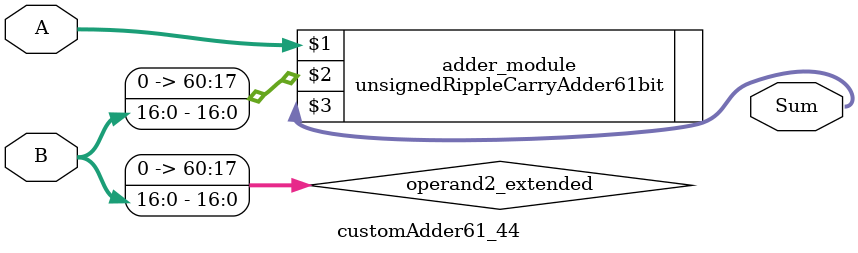
<source format=v>
module customAdder61_44(
                        input [60 : 0] A,
                        input [16 : 0] B,
                        
                        output [61 : 0] Sum
                );

        wire [60 : 0] operand2_extended;
        
        assign operand2_extended =  {44'b0, B};
        
        unsignedRippleCarryAdder61bit adder_module(
            A,
            operand2_extended,
            Sum
        );
        
        endmodule
        
</source>
